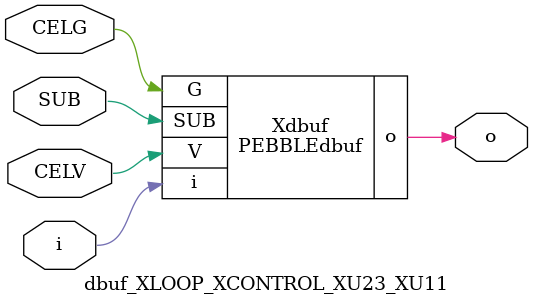
<source format=v>



module PEBBLEdbuf ( o, G, SUB, V, i );

  input V;
  input i;
  input G;
  output o;
  input SUB;
endmodule

//Celera Confidential Do Not Copy dbuf_XLOOP_XCONTROL_XU23_XU11
//Celera Confidential Symbol Generator
//Digital Buffer
module dbuf_XLOOP_XCONTROL_XU23_XU11 (CELV,CELG,i,o,SUB);
input CELV;
input CELG;
input i;
input SUB;
output o;

//Celera Confidential Do Not Copy dbuf
PEBBLEdbuf Xdbuf(
.V (CELV),
.i (i),
.o (o),
.SUB (SUB),
.G (CELG)
);
//,diesize,PEBBLEdbuf

//Celera Confidential Do Not Copy Module End
//Celera Schematic Generator
endmodule

</source>
